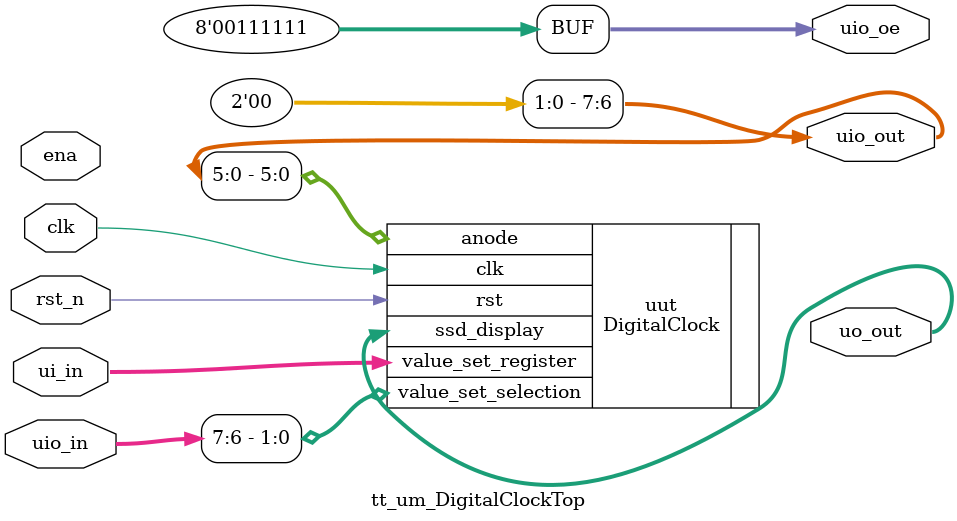
<source format=v>

`timescale 1ns / 1ps

//testing
module tt_um_DigitalClockTop(
    input  wire [7:0] ui_in,    // Dedicated inputs
    output wire [7:0] uo_out,   // Dedicated outputs
    input  wire [7:0] uio_in,   // IOs: Input path
    output wire [7:0] uio_out,  // IOs: Output path
    output wire [7:0] uio_oe,   // IOs: Enable path (active high: 0=input, 1=output)
    input  wire       ena,      // will go high when the design is enabled
    input  wire       clk,      // clock
    input  wire       rst_n     // reset_n - low to reset
    );
    
    assign uio_oe = 8'b00111111;
    assign uio_out[6] = 1'b0;
    assign uio_out[7] = 1'b0;
    
    DigitalClock uut(
        .clk(clk),
        .rst(rst_n),
        .ssd_display(uo_out),
        .anode(uio_out[5:0]),
        .value_set_register(ui_in),                     
        .value_set_selection(uio_in[7:6])   
    );
endmodule
</source>
